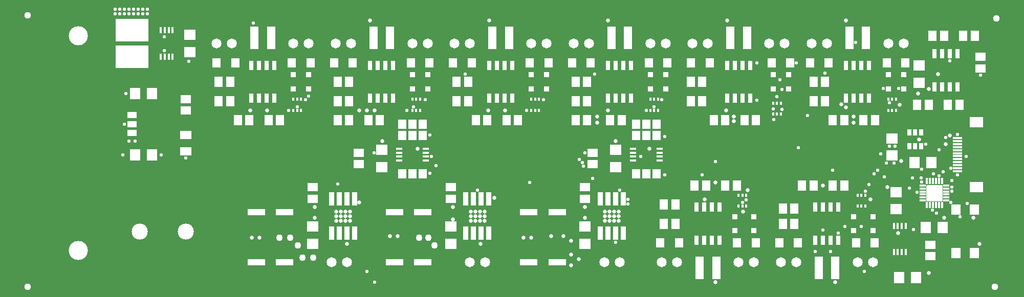
<source format=gbr>
G04 EAGLE Gerber RS-274X export*
G75*
%MOMM*%
%FSLAX34Y34*%
%LPD*%
%INSoldermask Top*%
%IPNEG*%
%AMOC8*
5,1,8,0,0,1.08239X$1,22.5*%
G01*
%ADD10C,1.127000*%
%ADD11R,2.927000X1.127000*%
%ADD12R,1.727000X1.927000*%
%ADD13R,1.927000X1.727000*%
%ADD14C,1.651000*%
%ADD15C,2.667000*%
%ADD16R,1.527000X0.427000*%
%ADD17R,2.327000X1.727000*%
%ADD18R,1.327000X1.527000*%
%ADD19R,1.377000X1.877000*%
%ADD20R,1.877000X1.377000*%
%ADD21R,0.927000X0.927000*%
%ADD22C,3.175000*%
%ADD23R,1.427000X1.627000*%
%ADD24R,1.427000X1.727000*%
%ADD25R,1.727000X1.427000*%
%ADD26R,1.527000X1.727000*%
%ADD27R,0.727000X1.647000*%
%ADD28R,0.400000X0.625000*%
%ADD29R,1.627000X1.127000*%
%ADD30R,0.877000X2.327000*%
%ADD31C,0.630200*%
%ADD32R,1.100000X0.450000*%
%ADD33R,0.450000X1.100000*%
%ADD34R,0.727000X1.027000*%
%ADD35C,0.245428*%
%ADD36R,0.977000X0.427000*%
%ADD37R,0.427000X0.977000*%
%ADD38R,5.377000X3.777000*%
%ADD39C,0.584200*%
%ADD40C,0.680200*%
%ADD41C,1.102000*%


D10*
X1605280Y22860D03*
X1607820Y467360D03*
X5080Y22860D03*
X5080Y472440D03*
D11*
X833750Y63500D03*
X880750Y63500D03*
D12*
X210850Y342900D03*
X182850Y342900D03*
D11*
X611500Y146050D03*
X658500Y146050D03*
X382900Y146050D03*
X429900Y146050D03*
D13*
X704850Y93950D03*
X704850Y121950D03*
X476250Y93950D03*
X476250Y121950D03*
X1435100Y268000D03*
X1435100Y240000D03*
D12*
X1471900Y228600D03*
X1499900Y228600D03*
X1446500Y38100D03*
X1474500Y38100D03*
D13*
X1441450Y151100D03*
X1441450Y179100D03*
X977900Y220950D03*
X977900Y248950D03*
X927100Y93950D03*
X927100Y121950D03*
X590550Y220950D03*
X590550Y248950D03*
X273050Y439450D03*
X273050Y411450D03*
D12*
X1490950Y120650D03*
X1518950Y120650D03*
D11*
X611500Y63500D03*
X658500Y63500D03*
X382900Y63500D03*
X429900Y63500D03*
X833750Y146050D03*
X880750Y146050D03*
D13*
X1479550Y388650D03*
X1479550Y360650D03*
D12*
X182850Y241300D03*
X210850Y241300D03*
D14*
X1181100Y63500D03*
X1206500Y63500D03*
X933450Y425450D03*
X908050Y425450D03*
X863600Y425450D03*
X838200Y425450D03*
X1060450Y425450D03*
X1035050Y425450D03*
X1130300Y425450D03*
X1104900Y425450D03*
X1327150Y425450D03*
X1301750Y425450D03*
X1257300Y425450D03*
X1231900Y425450D03*
X1454150Y425450D03*
X1428750Y425450D03*
X958850Y63500D03*
X984250Y63500D03*
D15*
X190500Y114300D03*
X266700Y114300D03*
D16*
X1543050Y213800D03*
X1543050Y218800D03*
X1543050Y223800D03*
X1543050Y228800D03*
X1543050Y233800D03*
X1543050Y238800D03*
X1543050Y243800D03*
X1543050Y248800D03*
X1543050Y253800D03*
X1543050Y258800D03*
X1543050Y263800D03*
X1543050Y268800D03*
D17*
X1574550Y187300D03*
X1574550Y295300D03*
D14*
X1250950Y63500D03*
X1276350Y63500D03*
X736600Y63500D03*
X762000Y63500D03*
X508000Y63500D03*
X533400Y63500D03*
X1054100Y63500D03*
X1079500Y63500D03*
X1377950Y63500D03*
X1403350Y63500D03*
X342900Y425450D03*
X317500Y425450D03*
X469900Y425450D03*
X444500Y425450D03*
X539750Y425450D03*
X514350Y425450D03*
X666750Y425450D03*
X641350Y425450D03*
X736600Y425450D03*
X711200Y425450D03*
D18*
X1178300Y95250D03*
X1209300Y95250D03*
X866400Y393700D03*
X835400Y393700D03*
X1329950Y393700D03*
X1298950Y393700D03*
X1456950Y393700D03*
X1425950Y393700D03*
X936250Y393700D03*
X905250Y393700D03*
X1063250Y393700D03*
X1032250Y393700D03*
X1133100Y393700D03*
X1102100Y393700D03*
X1266450Y393700D03*
X1235450Y393700D03*
D19*
X1313400Y63500D03*
X1340900Y63500D03*
X1313400Y44450D03*
X1340900Y44450D03*
X1116550Y63500D03*
X1144050Y63500D03*
D18*
X1051300Y95250D03*
X1082300Y95250D03*
D19*
X1116550Y44450D03*
X1144050Y44450D03*
X407450Y425450D03*
X379950Y425450D03*
X407450Y444500D03*
X379950Y444500D03*
X604300Y425450D03*
X576800Y425450D03*
X604300Y444500D03*
X576800Y444500D03*
X998000Y425450D03*
X970500Y425450D03*
X998000Y444500D03*
X970500Y444500D03*
X801150Y425450D03*
X773650Y425450D03*
X801150Y444500D03*
X773650Y444500D03*
X1194850Y444500D03*
X1167350Y444500D03*
D18*
X542550Y393700D03*
X511550Y393700D03*
D19*
X1194850Y425450D03*
X1167350Y425450D03*
X1391700Y444500D03*
X1364200Y444500D03*
X1391700Y425450D03*
X1364200Y425450D03*
D20*
X266700Y274100D03*
X266700Y246600D03*
D21*
X1206500Y115500D03*
X1206500Y138500D03*
X1174750Y115500D03*
X1174750Y138500D03*
X1403350Y115500D03*
X1403350Y138500D03*
X1371600Y115500D03*
X1371600Y138500D03*
X444500Y373450D03*
X444500Y350450D03*
X469900Y373450D03*
X469900Y350450D03*
D18*
X669550Y393700D03*
X638550Y393700D03*
D21*
X641350Y373450D03*
X641350Y350450D03*
X666750Y373450D03*
X666750Y350450D03*
X838200Y373450D03*
X838200Y350450D03*
X863600Y373450D03*
X863600Y350450D03*
X1035050Y373450D03*
X1035050Y350450D03*
X1060450Y373450D03*
X1060450Y350450D03*
X1238250Y373450D03*
X1238250Y350450D03*
X1263650Y373450D03*
X1263650Y350450D03*
X1428750Y373450D03*
X1428750Y350450D03*
X1454150Y373450D03*
X1454150Y350450D03*
D18*
X1248150Y95250D03*
X1279150Y95250D03*
X1375150Y95250D03*
X1406150Y95250D03*
X348240Y393700D03*
X317240Y393700D03*
X472700Y393700D03*
X441700Y393700D03*
X739400Y393700D03*
X708400Y393700D03*
D22*
X88900Y438150D03*
X88900Y82550D03*
D23*
X1045700Y209550D03*
X1028700Y209550D03*
X1011700Y209550D03*
X1045700Y273050D03*
X1028700Y273050D03*
X1011700Y273050D03*
X1045700Y292100D03*
X1028700Y292100D03*
X1011700Y292100D03*
X658350Y209550D03*
X641350Y209550D03*
X624350Y209550D03*
X658350Y273050D03*
X641350Y273050D03*
X624350Y273050D03*
X658350Y292100D03*
X641350Y292100D03*
X624350Y292100D03*
D24*
X1355700Y190500D03*
X1336700Y190500D03*
X815950Y298450D03*
X796950Y298450D03*
X733400Y330200D03*
X714400Y330200D03*
X733400Y361950D03*
X714400Y361950D03*
X911250Y298450D03*
X930250Y298450D03*
X987400Y298450D03*
X968400Y298450D03*
X911250Y330200D03*
X930250Y330200D03*
X911250Y361950D03*
X930250Y361950D03*
X1476400Y323850D03*
X1495400Y323850D03*
X1527200Y323850D03*
X1546200Y323850D03*
X1285900Y190500D03*
X1304900Y190500D03*
X1177900Y190500D03*
X1158900Y190500D03*
X1108100Y190500D03*
X1127100Y190500D03*
X1057300Y158750D03*
X1076300Y158750D03*
X1076300Y127000D03*
X1057300Y127000D03*
X320700Y361950D03*
X339700Y361950D03*
X320700Y330200D03*
X339700Y330200D03*
D25*
X939800Y225450D03*
X939800Y244450D03*
X552450Y225450D03*
X552450Y244450D03*
X476250Y168300D03*
X476250Y187300D03*
X927100Y168300D03*
X927100Y187300D03*
D24*
X1254150Y127000D03*
X1273150Y127000D03*
D25*
X704850Y168300D03*
X704850Y187300D03*
D24*
X1501800Y438150D03*
X1520800Y438150D03*
X1552600Y438150D03*
X1571600Y438150D03*
D25*
X1581150Y384200D03*
X1581150Y403200D03*
X266700Y314350D03*
X266700Y333350D03*
X1498600Y92050D03*
X1498600Y73050D03*
D24*
X517550Y361950D03*
X536550Y361950D03*
X517550Y330200D03*
X536550Y330200D03*
X1209650Y298450D03*
X1190650Y298450D03*
X1139850Y298450D03*
X1158850Y298450D03*
X1254150Y152400D03*
X1273150Y152400D03*
X1101750Y361950D03*
X1120750Y361950D03*
X1101750Y330200D03*
X1120750Y330200D03*
X1406500Y298450D03*
X1387500Y298450D03*
X1336700Y298450D03*
X1355700Y298450D03*
X1304950Y361950D03*
X1323950Y361950D03*
X1304950Y330200D03*
X1323950Y330200D03*
X352450Y298450D03*
X371450Y298450D03*
X422250Y298450D03*
X403250Y298450D03*
X517550Y298450D03*
X536550Y298450D03*
X587350Y298450D03*
X568350Y298450D03*
X746150Y298450D03*
X765150Y298450D03*
D26*
X1570750Y78300D03*
X1570750Y150300D03*
X1540750Y78300D03*
X1540750Y150300D03*
D27*
X1136650Y154250D03*
X1136650Y99750D03*
X1149350Y154250D03*
X1123950Y154250D03*
X1111250Y154250D03*
X1149350Y99750D03*
X1123950Y99750D03*
X1111250Y99750D03*
D28*
X851050Y332975D03*
X844550Y332975D03*
X838050Y332975D03*
X838050Y314725D03*
X844550Y314725D03*
X851050Y314725D03*
D27*
X977900Y334700D03*
X977900Y389200D03*
X965200Y334700D03*
X990600Y334700D03*
X1003300Y334700D03*
X965200Y389200D03*
X990600Y389200D03*
X1003300Y389200D03*
D28*
X1047900Y332975D03*
X1041400Y332975D03*
X1034900Y332975D03*
X1034900Y314725D03*
X1041400Y314725D03*
X1047900Y314725D03*
D27*
X1174750Y334700D03*
X1174750Y389200D03*
X1162050Y334700D03*
X1187450Y334700D03*
X1200150Y334700D03*
X1162050Y389200D03*
X1187450Y389200D03*
X1200150Y389200D03*
D28*
X1251100Y326625D03*
X1244600Y326625D03*
X1238100Y326625D03*
X1238100Y308375D03*
X1244600Y308375D03*
X1251100Y308375D03*
D27*
X1371600Y334700D03*
X1371600Y389200D03*
X1358900Y334700D03*
X1384300Y334700D03*
X1397000Y334700D03*
X1358900Y389200D03*
X1384300Y389200D03*
X1397000Y389200D03*
D28*
X1441600Y332975D03*
X1435100Y332975D03*
X1428600Y332975D03*
X1428600Y314725D03*
X1435100Y314725D03*
X1441600Y314725D03*
D29*
X177800Y307100D03*
X177800Y277100D03*
X177800Y292100D03*
D28*
X1193950Y174225D03*
X1187450Y174225D03*
X1180950Y174225D03*
X1180950Y155975D03*
X1187450Y155975D03*
X1193950Y155975D03*
D27*
X1320800Y99750D03*
X1320800Y154250D03*
X1308100Y99750D03*
X1333500Y99750D03*
X1346200Y99750D03*
X1308100Y154250D03*
X1333500Y154250D03*
X1346200Y154250D03*
D28*
X1390800Y174225D03*
X1384300Y174225D03*
X1377800Y174225D03*
X1377800Y155975D03*
X1384300Y155975D03*
X1390800Y155975D03*
D27*
X387350Y334700D03*
X387350Y389200D03*
X374650Y334700D03*
X400050Y334700D03*
X412750Y334700D03*
X374650Y389200D03*
X400050Y389200D03*
X412750Y389200D03*
D28*
X457350Y332975D03*
X450850Y332975D03*
X444350Y332975D03*
X444350Y314725D03*
X450850Y314725D03*
X457350Y314725D03*
D27*
X584200Y334700D03*
X584200Y389200D03*
X571500Y334700D03*
X596900Y334700D03*
X609600Y334700D03*
X571500Y389200D03*
X596900Y389200D03*
X609600Y389200D03*
D28*
X654200Y332975D03*
X647700Y332975D03*
X641200Y332975D03*
X641200Y314725D03*
X647700Y314725D03*
X654200Y314725D03*
D27*
X781050Y334700D03*
X781050Y389200D03*
X768350Y334700D03*
X793750Y334700D03*
X806450Y334700D03*
X768350Y389200D03*
X793750Y389200D03*
X806450Y389200D03*
D30*
X990250Y168450D03*
X977550Y168450D03*
X964850Y168450D03*
X952150Y168450D03*
X952150Y110940D03*
X964850Y110950D03*
X977550Y110950D03*
X990250Y110950D03*
D31*
X982980Y147320D03*
X982980Y139700D03*
X982980Y132080D03*
X975360Y132080D03*
X975360Y139700D03*
X975360Y147320D03*
X967740Y147320D03*
X967740Y139700D03*
X967740Y132080D03*
X960120Y132080D03*
X960120Y139700D03*
X960120Y147320D03*
D32*
X663350Y231550D03*
X663350Y238050D03*
X663350Y244550D03*
X663350Y251050D03*
X619350Y251050D03*
X619350Y244550D03*
X619350Y238050D03*
X619350Y231550D03*
D33*
X225200Y403450D03*
X231700Y403450D03*
X238200Y403450D03*
X244700Y403450D03*
X244700Y447450D03*
X238200Y447450D03*
X231700Y447450D03*
X225200Y447450D03*
D27*
X1517650Y353750D03*
X1517650Y408250D03*
X1504950Y353750D03*
X1530350Y353750D03*
X1543050Y353750D03*
X1504950Y408250D03*
X1530350Y408250D03*
X1543050Y408250D03*
D34*
X1463700Y255200D03*
X1473200Y255200D03*
X1482700Y255200D03*
X1482700Y278200D03*
X1473200Y278200D03*
X1463700Y278200D03*
D35*
X1517358Y190208D02*
X1517358Y165392D01*
X1492542Y165392D01*
X1492542Y190208D01*
X1517358Y190208D01*
X1517358Y167723D02*
X1492542Y167723D01*
X1492542Y170054D02*
X1517358Y170054D01*
X1517358Y172385D02*
X1492542Y172385D01*
X1492542Y174716D02*
X1517358Y174716D01*
X1517358Y177047D02*
X1492542Y177047D01*
X1492542Y179378D02*
X1517358Y179378D01*
X1517358Y181709D02*
X1492542Y181709D01*
X1492542Y184040D02*
X1517358Y184040D01*
X1517358Y186371D02*
X1492542Y186371D01*
X1492542Y188702D02*
X1517358Y188702D01*
D36*
X1485450Y190300D03*
X1485450Y185300D03*
X1485450Y180300D03*
X1485450Y175300D03*
X1485450Y170300D03*
X1485450Y165300D03*
D37*
X1492450Y158300D03*
X1497450Y158300D03*
X1502450Y158300D03*
X1507450Y158300D03*
X1512450Y158300D03*
X1517450Y158300D03*
D36*
X1524450Y165300D03*
X1524450Y170300D03*
X1524450Y175300D03*
X1524450Y180300D03*
X1524450Y185300D03*
X1524450Y190300D03*
D37*
X1517450Y197300D03*
X1512450Y197300D03*
X1507450Y197300D03*
X1502450Y197300D03*
X1497450Y197300D03*
X1492450Y197300D03*
D30*
X768000Y168450D03*
X755300Y168450D03*
X742600Y168450D03*
X729900Y168450D03*
X729900Y110940D03*
X742600Y110950D03*
X755300Y110950D03*
X768000Y110950D03*
D31*
X760730Y147320D03*
X760730Y139700D03*
X760730Y132080D03*
X753110Y132080D03*
X753110Y139700D03*
X753110Y147320D03*
X745490Y147320D03*
X745490Y139700D03*
X745490Y132080D03*
X737870Y132080D03*
X737870Y139700D03*
X737870Y147320D03*
D30*
X545750Y168450D03*
X533050Y168450D03*
X520350Y168450D03*
X507650Y168450D03*
X507650Y110940D03*
X520350Y110950D03*
X533050Y110950D03*
X545750Y110950D03*
D31*
X538480Y147320D03*
X538480Y139700D03*
X538480Y132080D03*
X530860Y132080D03*
X530860Y139700D03*
X530860Y147320D03*
X523240Y147320D03*
X523240Y139700D03*
X523240Y132080D03*
X515620Y132080D03*
X515620Y139700D03*
X515620Y147320D03*
D33*
X1438050Y79600D03*
X1444550Y79600D03*
X1451050Y79600D03*
X1457550Y79600D03*
X1457550Y123600D03*
X1451050Y123600D03*
X1444550Y123600D03*
X1438050Y123600D03*
D32*
X1050700Y231550D03*
X1050700Y238050D03*
X1050700Y244550D03*
X1050700Y251050D03*
X1006700Y251050D03*
X1006700Y244550D03*
X1006700Y238050D03*
X1006700Y231550D03*
D38*
X177800Y447050D03*
X177800Y403850D03*
D39*
X1193800Y166688D03*
X1531938Y161925D03*
D40*
X768350Y463550D03*
X965200Y463550D03*
X1162050Y463550D03*
X1358900Y463550D03*
X1511300Y374650D03*
X1447800Y323850D03*
X1479550Y266700D03*
X1530350Y273050D03*
X1445260Y111760D03*
X1521460Y137160D03*
X1341120Y30480D03*
X1143000Y30480D03*
X1033780Y251460D03*
X977900Y264160D03*
X650240Y251460D03*
X591820Y264160D03*
X375920Y104140D03*
X388620Y104140D03*
X604520Y106680D03*
X617220Y106680D03*
X825500Y104140D03*
X838200Y104140D03*
X927100Y154940D03*
X927100Y137160D03*
X708660Y154940D03*
X708660Y134620D03*
X777240Y170180D03*
X754380Y93980D03*
X480060Y154940D03*
X480060Y137160D03*
X533400Y93980D03*
X553720Y162560D03*
D39*
X670560Y274320D03*
X670560Y210820D03*
X1059180Y271780D03*
X1059180Y208280D03*
X858520Y332740D03*
X830580Y314960D03*
X464820Y332740D03*
X436880Y314960D03*
X167640Y342900D03*
X165100Y292100D03*
X226060Y241300D03*
X266700Y236220D03*
X378460Y459740D03*
D40*
X571500Y463550D03*
D39*
X231140Y436880D03*
X231140Y414020D03*
X271780Y396240D03*
D40*
X1478280Y342900D03*
X1496060Y350520D03*
X1427480Y187960D03*
X1450340Y231140D03*
X1399540Y167640D03*
X1196340Y182880D03*
X1188720Y147320D03*
X1496060Y45720D03*
X1579880Y93980D03*
X1569720Y137160D03*
D39*
X1244600Y337820D03*
X1239520Y299720D03*
X662940Y332740D03*
X632460Y314960D03*
X1054100Y332740D03*
X1028700Y314960D03*
X977550Y96394D03*
X1483360Y203200D03*
X998220Y167640D03*
X998220Y160020D03*
X1187450Y161925D03*
X1533525Y180975D03*
X1346200Y111125D03*
X1357313Y122238D03*
X1390650Y180975D03*
X1533525Y187325D03*
X1384300Y122238D03*
X1547813Y138113D03*
X469900Y338138D03*
X1490663Y258763D03*
X450850Y320675D03*
X1512888Y206375D03*
X923925Y222250D03*
X1404938Y209550D03*
X1503363Y209550D03*
X642938Y320675D03*
X1439863Y255588D03*
X1389380Y48260D03*
X1320800Y116840D03*
D40*
X373380Y314960D03*
X401320Y314960D03*
X553720Y314960D03*
X566420Y314960D03*
X579120Y314960D03*
X767080Y314960D03*
X795020Y314960D03*
X947420Y294640D03*
X947420Y304800D03*
X965200Y314960D03*
X1160780Y314960D03*
X1173480Y304800D03*
X1173480Y297180D03*
X1351280Y325120D03*
X1358900Y320040D03*
X1371600Y304800D03*
X1371600Y294640D03*
X1320800Y190500D03*
X1143000Y195580D03*
X1125220Y167640D03*
X871220Y106680D03*
X891540Y106680D03*
X904240Y99060D03*
X904240Y76200D03*
X904240Y58420D03*
X916940Y68580D03*
X1524000Y259080D03*
D39*
X149860Y482600D03*
X157480Y482600D03*
X165100Y482600D03*
X149860Y474980D03*
X157480Y474980D03*
X165100Y474980D03*
X172720Y482600D03*
X172720Y474980D03*
X180340Y482600D03*
X180340Y474980D03*
X187960Y474980D03*
X187960Y482600D03*
X195580Y482600D03*
X195580Y474980D03*
X203200Y474980D03*
X203200Y482600D03*
D41*
X652780Y104140D03*
X668020Y104140D03*
X678180Y91440D03*
X421640Y104140D03*
X439420Y104140D03*
X452120Y91440D03*
X459740Y71120D03*
X477520Y71120D03*
D39*
X1308100Y81280D03*
X1333500Y81280D03*
X172720Y264160D03*
X162560Y241300D03*
X182880Y264160D03*
X728663Y374650D03*
X942975Y374650D03*
X1252538Y349250D03*
X1211263Y331788D03*
X1276350Y393700D03*
X1211263Y393700D03*
X1446213Y350838D03*
X1420813Y350838D03*
X1238250Y317500D03*
X1295400Y306388D03*
X1252538Y315913D03*
X1249363Y365125D03*
X1323975Y376238D03*
X1374775Y427038D03*
X917575Y233363D03*
X1468438Y203200D03*
X922338Y228600D03*
X1483678Y195898D03*
X1143000Y230188D03*
X1425575Y227013D03*
X1041400Y320675D03*
X1438275Y227013D03*
X1336675Y215900D03*
X1463675Y185738D03*
X1397000Y192088D03*
X1476375Y179388D03*
X1411288Y215900D03*
X1422400Y204788D03*
X1430338Y327025D03*
X1430338Y255588D03*
X927100Y244475D03*
X577850Y244475D03*
X1416050Y242888D03*
X1519238Y212725D03*
X939800Y201613D03*
X1558925Y160338D03*
X749300Y182563D03*
X579120Y30480D03*
X566420Y48260D03*
X518160Y193040D03*
X1557338Y238125D03*
X984250Y182563D03*
X1512888Y249238D03*
X1279525Y252413D03*
X673100Y238125D03*
X1019175Y238125D03*
X1501775Y149225D03*
X1470025Y117475D03*
X1530350Y396875D03*
X1581150Y373063D03*
X1508125Y144463D03*
X1120775Y207963D03*
X835660Y195580D03*
X680720Y223520D03*
X1531938Y219075D03*
X1524000Y269875D03*
X1543050Y207963D03*
X1543050Y274638D03*
X1484313Y217488D03*
X1533525Y198438D03*
M02*

</source>
